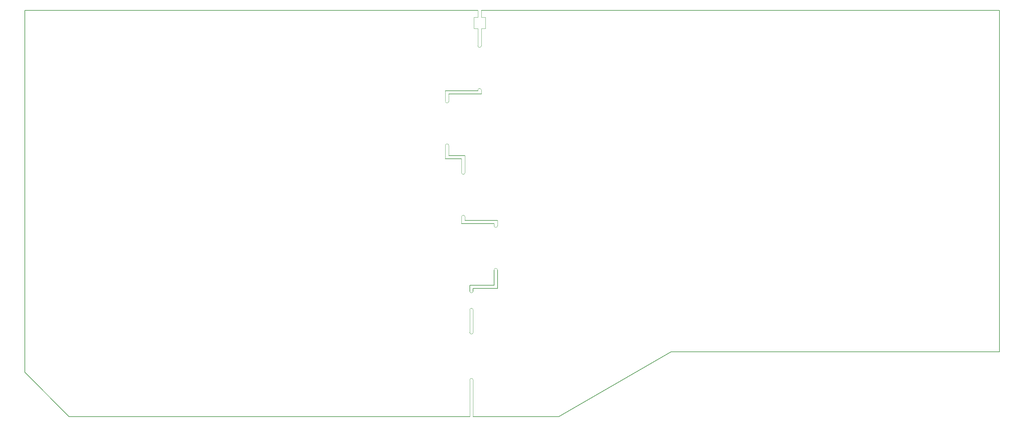
<source format=gm1>
%TF.GenerationSoftware,KiCad,Pcbnew,(5.1.10)-1*%
%TF.CreationDate,2022-03-06T16:48:14-07:00*%
%TF.ProjectId,Unit000,556e6974-3030-4302-9e6b-696361645f70,rev?*%
%TF.SameCoordinates,Original*%
%TF.FileFunction,Profile,NP*%
%FSLAX46Y46*%
G04 Gerber Fmt 4.6, Leading zero omitted, Abs format (unit mm)*
G04 Created by KiCad (PCBNEW (5.1.10)-1) date 2022-03-06 16:48:14*
%MOMM*%
%LPD*%
G01*
G04 APERTURE LIST*
%TA.AperFunction,Profile*%
%ADD10C,0.200000*%
%TD*%
%TA.AperFunction,Profile*%
%ADD11C,0.100000*%
%TD*%
%TA.AperFunction,Profile*%
%ADD12C,0.050000*%
%TD*%
%TA.AperFunction,Profile*%
%ADD13C,0.120000*%
%TD*%
G04 APERTURE END LIST*
D10*
X146712500Y-109321600D02*
X146712500Y-111100000D01*
X147712500Y-111100000D02*
X147712500Y-110321600D01*
D11*
X147712500Y-116600000D02*
X147712500Y-123210000D01*
X146712500Y-116600000D02*
X146712500Y-123210000D01*
D12*
X147712500Y-147922307D02*
X147712500Y-137210000D01*
X146712500Y-147922307D02*
X146712500Y-137210000D01*
X150094500Y-33900000D02*
X150094500Y-39000000D01*
X149094500Y-33900000D02*
X149094500Y-39000000D01*
X149094500Y-30600000D02*
X149094500Y-28622000D01*
X150094500Y-30600000D02*
X150094500Y-28622000D01*
X147894500Y-33900000D02*
X147894500Y-30600000D01*
X151294500Y-30600000D02*
X151294500Y-33900000D01*
X147894500Y-30600000D02*
X149094500Y-30600000D01*
X147894500Y-33900000D02*
X149094500Y-33900000D01*
X151294500Y-30600000D02*
X150094500Y-30600000D01*
X150094500Y-33900000D02*
X151294500Y-33900000D01*
X150094500Y-52000000D02*
X150094500Y-53171551D01*
X149094500Y-52171550D02*
X149094500Y-52000000D01*
X139569500Y-55300000D02*
X139569500Y-52171550D01*
X140569500Y-55300000D02*
X140569500Y-53171551D01*
X140569500Y-68300000D02*
X140569500Y-71221550D01*
X139569500Y-72221550D02*
X139569500Y-68300000D01*
X145332000Y-71221550D02*
X145332000Y-76270000D01*
X144332000Y-76270000D02*
X144332000Y-72221550D01*
X144332000Y-91271550D02*
X144332000Y-89270000D01*
X145332000Y-90271550D02*
X145332000Y-89270000D01*
X154857000Y-91870000D02*
X154857000Y-90271550D01*
X153857000Y-91870000D02*
X153857000Y-91271550D01*
D10*
X154857000Y-104870000D02*
X154857000Y-110321600D01*
X153857000Y-104870000D02*
X153857000Y-109321600D01*
X301995000Y-33622000D02*
X301995000Y-128871400D01*
X301995000Y-33622000D02*
X301995000Y-29622000D01*
X150094500Y-28622000D02*
X301995000Y-28622000D01*
X16245084Y-29622000D02*
X16245084Y-28622000D01*
X301995000Y-29622000D02*
X301995000Y-28622000D01*
X16245084Y-33622000D02*
X16245084Y-29622000D01*
X224772638Y-128871400D02*
X301995000Y-128871400D01*
X29245084Y-147922307D02*
X146712500Y-147922307D01*
X224772638Y-128871400D02*
X205797138Y-128871400D01*
X16245084Y-28622000D02*
X149094500Y-28622000D01*
X153857000Y-109321600D02*
X146712500Y-109321600D01*
X144332000Y-91271550D02*
X153857000Y-91271550D01*
X139569500Y-72221550D02*
X144332000Y-72221550D01*
X147712500Y-147922307D02*
X172800000Y-147922307D01*
X149094500Y-52171550D02*
X139569500Y-52171550D01*
X154857000Y-110321600D02*
X147712500Y-110321600D01*
X145332000Y-90271550D02*
X154857000Y-90271550D01*
X172800000Y-147922307D02*
X205797138Y-128871400D01*
X140569500Y-71221550D02*
X145332000Y-71221550D01*
X150094500Y-53171551D02*
X140569500Y-53171551D01*
X29245084Y-147922307D02*
X16245084Y-134922308D01*
X16245084Y-134922308D02*
X16245084Y-33622000D01*
D13*
%TO.C,REF\u002A\u002A*%
X147712500Y-116600000D02*
G75*
G03*
X146712500Y-116600000I-500000J0D01*
G01*
X147712500Y-111100000D02*
G75*
G02*
X146712500Y-111100000I-500000J0D01*
G01*
X147712500Y-123210000D02*
G75*
G02*
X146712500Y-123210000I-500000J0D01*
G01*
X147712500Y-137210000D02*
G75*
G03*
X146712500Y-137210000I-500000J0D01*
G01*
X154857000Y-104870000D02*
G75*
G03*
X153857000Y-104870000I-500000J0D01*
G01*
X154857000Y-91870000D02*
G75*
G02*
X153857000Y-91870000I-500000J0D01*
G01*
X145332000Y-89270000D02*
G75*
G03*
X144332000Y-89270000I-500000J0D01*
G01*
X145332000Y-76270000D02*
G75*
G02*
X144332000Y-76270000I-500000J0D01*
G01*
X140569500Y-68300000D02*
G75*
G03*
X139569500Y-68300000I-500000J0D01*
G01*
X140569500Y-55300000D02*
G75*
G02*
X139569500Y-55300000I-500000J0D01*
G01*
X150094500Y-52000000D02*
G75*
G03*
X149094500Y-52000000I-500000J0D01*
G01*
X150094500Y-39000000D02*
G75*
G02*
X149094500Y-39000000I-500000J0D01*
G01*
%TD*%
M02*

</source>
